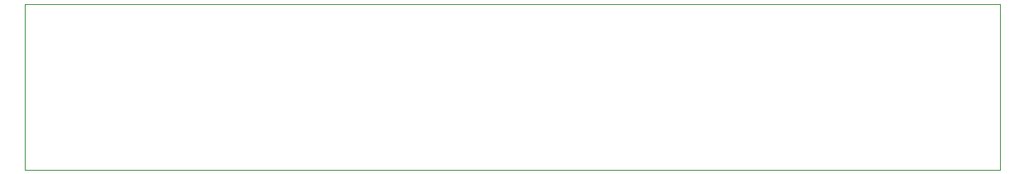
<source format=gbr>
%TF.GenerationSoftware,KiCad,Pcbnew,8.0.8*%
%TF.CreationDate,2025-05-09T12:24:10-07:00*%
%TF.ProjectId,displayPCB,64697370-6c61-4795-9043-422e6b696361,rev?*%
%TF.SameCoordinates,Original*%
%TF.FileFunction,Profile,NP*%
%FSLAX46Y46*%
G04 Gerber Fmt 4.6, Leading zero omitted, Abs format (unit mm)*
G04 Created by KiCad (PCBNEW 8.0.8) date 2025-05-09 12:24:10*
%MOMM*%
%LPD*%
G01*
G04 APERTURE LIST*
%TA.AperFunction,Profile*%
%ADD10C,0.050000*%
%TD*%
G04 APERTURE END LIST*
D10*
X149352000Y-53340000D02*
X249174000Y-53340000D01*
X249174000Y-70358000D01*
X149352000Y-70358000D01*
X149352000Y-53340000D01*
M02*

</source>
